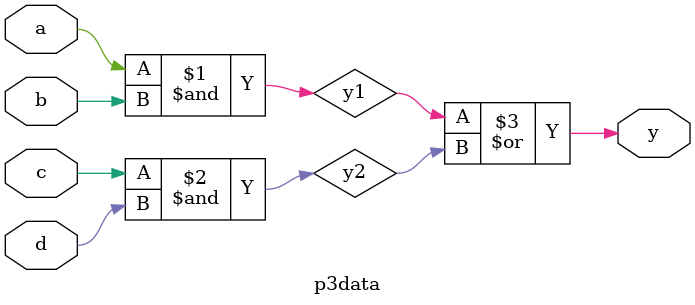
<source format=v>
module p3data(a,b,c,d,y);
	input a,b,c,d;
	output y;
	wire y1,y2;
	assign y1=a&b;
	assign y2=c&d;
	assign y=y1|y2;
endmodule

</source>
